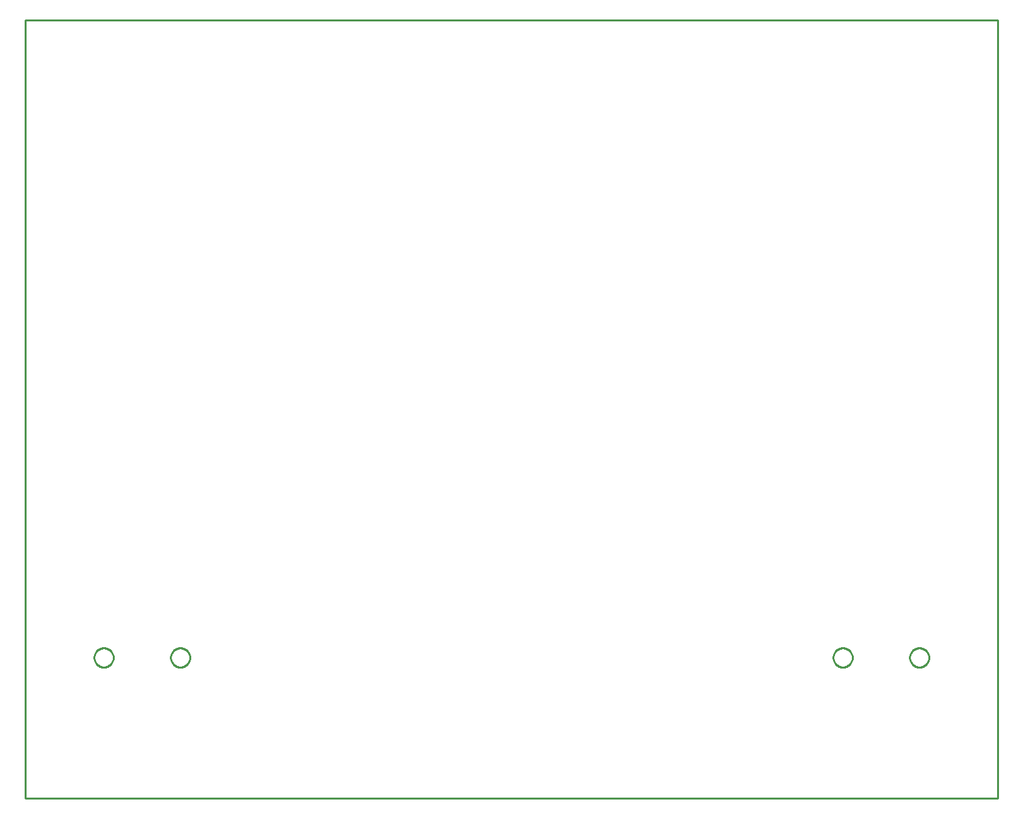
<source format=gbr>
G04 EAGLE Gerber RS-274X export*
G75*
%MOMM*%
%FSLAX34Y34*%
%LPD*%
%IN*%
%IPPOS*%
%AMOC8*
5,1,8,0,0,1.08239X$1,22.5*%
G01*
%ADD10C,0.254000*%


D10*
X0Y0D02*
X1270000Y0D01*
X1270000Y1016000D01*
X0Y1016000D01*
X0Y0D01*
X1155100Y184491D02*
X1155177Y185470D01*
X1155331Y186441D01*
X1155560Y187396D01*
X1155864Y188330D01*
X1156239Y189237D01*
X1156685Y190112D01*
X1157199Y190950D01*
X1157776Y191745D01*
X1158414Y192492D01*
X1159108Y193186D01*
X1159855Y193824D01*
X1160650Y194401D01*
X1161488Y194915D01*
X1162363Y195361D01*
X1163270Y195736D01*
X1164204Y196040D01*
X1165160Y196269D01*
X1166130Y196423D01*
X1167109Y196500D01*
X1168091Y196500D01*
X1169070Y196423D01*
X1170041Y196269D01*
X1170996Y196040D01*
X1171930Y195736D01*
X1172837Y195361D01*
X1173712Y194915D01*
X1174550Y194401D01*
X1175345Y193824D01*
X1176092Y193186D01*
X1176786Y192492D01*
X1177424Y191745D01*
X1178001Y190950D01*
X1178515Y190112D01*
X1178961Y189237D01*
X1179336Y188330D01*
X1179640Y187396D01*
X1179869Y186441D01*
X1180023Y185470D01*
X1180100Y184491D01*
X1180100Y183509D01*
X1180023Y182530D01*
X1179869Y181560D01*
X1179640Y180604D01*
X1179336Y179670D01*
X1178961Y178763D01*
X1178515Y177888D01*
X1178001Y177050D01*
X1177424Y176255D01*
X1176786Y175508D01*
X1176092Y174814D01*
X1175345Y174176D01*
X1174550Y173599D01*
X1173712Y173085D01*
X1172837Y172639D01*
X1171930Y172264D01*
X1170996Y171960D01*
X1170041Y171731D01*
X1169070Y171577D01*
X1168091Y171500D01*
X1167109Y171500D01*
X1166130Y171577D01*
X1165160Y171731D01*
X1164204Y171960D01*
X1163270Y172264D01*
X1162363Y172639D01*
X1161488Y173085D01*
X1160650Y173599D01*
X1159855Y174176D01*
X1159108Y174814D01*
X1158414Y175508D01*
X1157776Y176255D01*
X1157199Y177050D01*
X1156685Y177888D01*
X1156239Y178763D01*
X1155864Y179670D01*
X1155560Y180604D01*
X1155331Y181560D01*
X1155177Y182530D01*
X1155100Y183509D01*
X1155100Y184491D01*
X1055100Y184491D02*
X1055177Y185470D01*
X1055331Y186441D01*
X1055560Y187396D01*
X1055864Y188330D01*
X1056239Y189237D01*
X1056685Y190112D01*
X1057199Y190950D01*
X1057776Y191745D01*
X1058414Y192492D01*
X1059108Y193186D01*
X1059855Y193824D01*
X1060650Y194401D01*
X1061488Y194915D01*
X1062363Y195361D01*
X1063270Y195736D01*
X1064204Y196040D01*
X1065160Y196269D01*
X1066130Y196423D01*
X1067109Y196500D01*
X1068091Y196500D01*
X1069070Y196423D01*
X1070041Y196269D01*
X1070996Y196040D01*
X1071930Y195736D01*
X1072837Y195361D01*
X1073712Y194915D01*
X1074550Y194401D01*
X1075345Y193824D01*
X1076092Y193186D01*
X1076786Y192492D01*
X1077424Y191745D01*
X1078001Y190950D01*
X1078515Y190112D01*
X1078961Y189237D01*
X1079336Y188330D01*
X1079640Y187396D01*
X1079869Y186441D01*
X1080023Y185470D01*
X1080100Y184491D01*
X1080100Y183509D01*
X1080023Y182530D01*
X1079869Y181560D01*
X1079640Y180604D01*
X1079336Y179670D01*
X1078961Y178763D01*
X1078515Y177888D01*
X1078001Y177050D01*
X1077424Y176255D01*
X1076786Y175508D01*
X1076092Y174814D01*
X1075345Y174176D01*
X1074550Y173599D01*
X1073712Y173085D01*
X1072837Y172639D01*
X1071930Y172264D01*
X1070996Y171960D01*
X1070041Y171731D01*
X1069070Y171577D01*
X1068091Y171500D01*
X1067109Y171500D01*
X1066130Y171577D01*
X1065160Y171731D01*
X1064204Y171960D01*
X1063270Y172264D01*
X1062363Y172639D01*
X1061488Y173085D01*
X1060650Y173599D01*
X1059855Y174176D01*
X1059108Y174814D01*
X1058414Y175508D01*
X1057776Y176255D01*
X1057199Y177050D01*
X1056685Y177888D01*
X1056239Y178763D01*
X1055864Y179670D01*
X1055560Y180604D01*
X1055331Y181560D01*
X1055177Y182530D01*
X1055100Y183509D01*
X1055100Y184491D01*
X189900Y184491D02*
X189977Y185470D01*
X190131Y186441D01*
X190360Y187396D01*
X190664Y188330D01*
X191039Y189237D01*
X191485Y190112D01*
X191999Y190950D01*
X192576Y191745D01*
X193214Y192492D01*
X193908Y193186D01*
X194655Y193824D01*
X195450Y194401D01*
X196288Y194915D01*
X197163Y195361D01*
X198070Y195736D01*
X199004Y196040D01*
X199960Y196269D01*
X200930Y196423D01*
X201909Y196500D01*
X202891Y196500D01*
X203870Y196423D01*
X204841Y196269D01*
X205796Y196040D01*
X206730Y195736D01*
X207637Y195361D01*
X208512Y194915D01*
X209350Y194401D01*
X210145Y193824D01*
X210892Y193186D01*
X211586Y192492D01*
X212224Y191745D01*
X212801Y190950D01*
X213315Y190112D01*
X213761Y189237D01*
X214136Y188330D01*
X214440Y187396D01*
X214669Y186441D01*
X214823Y185470D01*
X214900Y184491D01*
X214900Y183509D01*
X214823Y182530D01*
X214669Y181560D01*
X214440Y180604D01*
X214136Y179670D01*
X213761Y178763D01*
X213315Y177888D01*
X212801Y177050D01*
X212224Y176255D01*
X211586Y175508D01*
X210892Y174814D01*
X210145Y174176D01*
X209350Y173599D01*
X208512Y173085D01*
X207637Y172639D01*
X206730Y172264D01*
X205796Y171960D01*
X204841Y171731D01*
X203870Y171577D01*
X202891Y171500D01*
X201909Y171500D01*
X200930Y171577D01*
X199960Y171731D01*
X199004Y171960D01*
X198070Y172264D01*
X197163Y172639D01*
X196288Y173085D01*
X195450Y173599D01*
X194655Y174176D01*
X193908Y174814D01*
X193214Y175508D01*
X192576Y176255D01*
X191999Y177050D01*
X191485Y177888D01*
X191039Y178763D01*
X190664Y179670D01*
X190360Y180604D01*
X190131Y181560D01*
X189977Y182530D01*
X189900Y183509D01*
X189900Y184491D01*
X89900Y184491D02*
X89977Y185470D01*
X90131Y186441D01*
X90360Y187396D01*
X90664Y188330D01*
X91039Y189237D01*
X91485Y190112D01*
X91999Y190950D01*
X92576Y191745D01*
X93214Y192492D01*
X93908Y193186D01*
X94655Y193824D01*
X95450Y194401D01*
X96288Y194915D01*
X97163Y195361D01*
X98070Y195736D01*
X99004Y196040D01*
X99960Y196269D01*
X100930Y196423D01*
X101909Y196500D01*
X102891Y196500D01*
X103870Y196423D01*
X104841Y196269D01*
X105796Y196040D01*
X106730Y195736D01*
X107637Y195361D01*
X108512Y194915D01*
X109350Y194401D01*
X110145Y193824D01*
X110892Y193186D01*
X111586Y192492D01*
X112224Y191745D01*
X112801Y190950D01*
X113315Y190112D01*
X113761Y189237D01*
X114136Y188330D01*
X114440Y187396D01*
X114669Y186441D01*
X114823Y185470D01*
X114900Y184491D01*
X114900Y183509D01*
X114823Y182530D01*
X114669Y181560D01*
X114440Y180604D01*
X114136Y179670D01*
X113761Y178763D01*
X113315Y177888D01*
X112801Y177050D01*
X112224Y176255D01*
X111586Y175508D01*
X110892Y174814D01*
X110145Y174176D01*
X109350Y173599D01*
X108512Y173085D01*
X107637Y172639D01*
X106730Y172264D01*
X105796Y171960D01*
X104841Y171731D01*
X103870Y171577D01*
X102891Y171500D01*
X101909Y171500D01*
X100930Y171577D01*
X99960Y171731D01*
X99004Y171960D01*
X98070Y172264D01*
X97163Y172639D01*
X96288Y173085D01*
X95450Y173599D01*
X94655Y174176D01*
X93908Y174814D01*
X93214Y175508D01*
X92576Y176255D01*
X91999Y177050D01*
X91485Y177888D01*
X91039Y178763D01*
X90664Y179670D01*
X90360Y180604D01*
X90131Y181560D01*
X89977Y182530D01*
X89900Y183509D01*
X89900Y184491D01*
M02*

</source>
